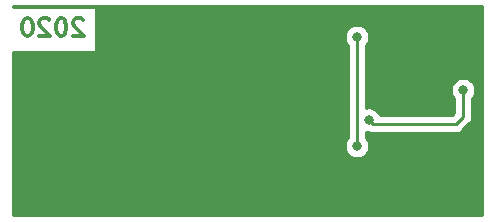
<source format=gbr>
G04 #@! TF.GenerationSoftware,KiCad,Pcbnew,(5.1.4-0-10_14)*
G04 #@! TF.CreationDate,2020-11-07T12:11:02-05:00*
G04 #@! TF.ProjectId,FabISP,46616249-5350-42e6-9b69-6361645f7063,rev?*
G04 #@! TF.SameCoordinates,Original*
G04 #@! TF.FileFunction,Copper,L2,Bot*
G04 #@! TF.FilePolarity,Positive*
%FSLAX46Y46*%
G04 Gerber Fmt 4.6, Leading zero omitted, Abs format (unit mm)*
G04 Created by KiCad (PCBNEW (5.1.4-0-10_14)) date 2020-11-07 12:11:02*
%MOMM*%
%LPD*%
G04 APERTURE LIST*
%ADD10C,0.300000*%
%ADD11C,0.800000*%
%ADD12C,0.250000*%
%ADD13C,0.254000*%
G04 APERTURE END LIST*
D10*
X132071428Y-89321428D02*
X132000000Y-89250000D01*
X131857142Y-89178571D01*
X131500000Y-89178571D01*
X131357142Y-89250000D01*
X131285714Y-89321428D01*
X131214285Y-89464285D01*
X131214285Y-89607142D01*
X131285714Y-89821428D01*
X132142857Y-90678571D01*
X131214285Y-90678571D01*
X130285714Y-89178571D02*
X130142857Y-89178571D01*
X130000000Y-89250000D01*
X129928571Y-89321428D01*
X129857142Y-89464285D01*
X129785714Y-89750000D01*
X129785714Y-90107142D01*
X129857142Y-90392857D01*
X129928571Y-90535714D01*
X130000000Y-90607142D01*
X130142857Y-90678571D01*
X130285714Y-90678571D01*
X130428571Y-90607142D01*
X130500000Y-90535714D01*
X130571428Y-90392857D01*
X130642857Y-90107142D01*
X130642857Y-89750000D01*
X130571428Y-89464285D01*
X130500000Y-89321428D01*
X130428571Y-89250000D01*
X130285714Y-89178571D01*
X129214285Y-89321428D02*
X129142857Y-89250000D01*
X129000000Y-89178571D01*
X128642857Y-89178571D01*
X128500000Y-89250000D01*
X128428571Y-89321428D01*
X128357142Y-89464285D01*
X128357142Y-89607142D01*
X128428571Y-89821428D01*
X129285714Y-90678571D01*
X128357142Y-90678571D01*
X127428571Y-89178571D02*
X127285714Y-89178571D01*
X127142857Y-89250000D01*
X127071428Y-89321428D01*
X127000000Y-89464285D01*
X126928571Y-89750000D01*
X126928571Y-90107142D01*
X127000000Y-90392857D01*
X127071428Y-90535714D01*
X127142857Y-90607142D01*
X127285714Y-90678571D01*
X127428571Y-90678571D01*
X127571428Y-90607142D01*
X127642857Y-90535714D01*
X127714285Y-90392857D01*
X127785714Y-90107142D01*
X127785714Y-89750000D01*
X127714285Y-89464285D01*
X127642857Y-89321428D01*
X127571428Y-89250000D01*
X127428571Y-89178571D01*
D11*
X156250000Y-97750000D03*
X164250000Y-95250000D03*
X155250000Y-90750000D03*
X155250000Y-100000000D03*
D12*
X164250000Y-97500000D02*
X164250000Y-95250000D01*
X163600001Y-98149999D02*
X164250000Y-97500000D01*
X156649999Y-98149999D02*
X163600001Y-98149999D01*
X156250000Y-97750000D02*
X156649999Y-98149999D01*
X155250000Y-90750000D02*
X155250000Y-100000000D01*
D13*
G36*
X165840001Y-105840000D02*
G01*
X126160000Y-105840000D01*
X126160000Y-92030000D01*
X133142143Y-92030000D01*
X133142143Y-90648061D01*
X154215000Y-90648061D01*
X154215000Y-90851939D01*
X154254774Y-91051898D01*
X154332795Y-91240256D01*
X154446063Y-91409774D01*
X154490000Y-91453711D01*
X154490001Y-99296288D01*
X154446063Y-99340226D01*
X154332795Y-99509744D01*
X154254774Y-99698102D01*
X154215000Y-99898061D01*
X154215000Y-100101939D01*
X154254774Y-100301898D01*
X154332795Y-100490256D01*
X154446063Y-100659774D01*
X154590226Y-100803937D01*
X154759744Y-100917205D01*
X154948102Y-100995226D01*
X155148061Y-101035000D01*
X155351939Y-101035000D01*
X155551898Y-100995226D01*
X155740256Y-100917205D01*
X155909774Y-100803937D01*
X156053937Y-100659774D01*
X156167205Y-100490256D01*
X156245226Y-100301898D01*
X156285000Y-100101939D01*
X156285000Y-99898061D01*
X156245226Y-99698102D01*
X156167205Y-99509744D01*
X156053937Y-99340226D01*
X156010000Y-99296289D01*
X156010000Y-98757538D01*
X156148061Y-98785000D01*
X156225774Y-98785000D01*
X156357752Y-98855545D01*
X156501013Y-98899002D01*
X156612666Y-98909999D01*
X156612676Y-98909999D01*
X156649998Y-98913675D01*
X156687321Y-98909999D01*
X163562679Y-98909999D01*
X163600001Y-98913675D01*
X163637323Y-98909999D01*
X163637334Y-98909999D01*
X163748987Y-98899002D01*
X163892248Y-98855545D01*
X164024277Y-98784973D01*
X164140002Y-98690000D01*
X164163804Y-98660997D01*
X164761009Y-98063794D01*
X164790001Y-98040001D01*
X164813795Y-98011008D01*
X164813799Y-98011004D01*
X164884973Y-97924277D01*
X164884974Y-97924276D01*
X164955546Y-97792247D01*
X164999003Y-97648986D01*
X165010000Y-97537333D01*
X165010000Y-97537324D01*
X165013676Y-97500001D01*
X165010000Y-97462678D01*
X165010000Y-95953711D01*
X165053937Y-95909774D01*
X165167205Y-95740256D01*
X165245226Y-95551898D01*
X165285000Y-95351939D01*
X165285000Y-95148061D01*
X165245226Y-94948102D01*
X165167205Y-94759744D01*
X165053937Y-94590226D01*
X164909774Y-94446063D01*
X164740256Y-94332795D01*
X164551898Y-94254774D01*
X164351939Y-94215000D01*
X164148061Y-94215000D01*
X163948102Y-94254774D01*
X163759744Y-94332795D01*
X163590226Y-94446063D01*
X163446063Y-94590226D01*
X163332795Y-94759744D01*
X163254774Y-94948102D01*
X163215000Y-95148061D01*
X163215000Y-95351939D01*
X163254774Y-95551898D01*
X163332795Y-95740256D01*
X163446063Y-95909774D01*
X163490001Y-95953712D01*
X163490000Y-97185198D01*
X163285199Y-97389999D01*
X157221159Y-97389999D01*
X157167205Y-97259744D01*
X157053937Y-97090226D01*
X156909774Y-96946063D01*
X156740256Y-96832795D01*
X156551898Y-96754774D01*
X156351939Y-96715000D01*
X156148061Y-96715000D01*
X156010000Y-96742462D01*
X156010000Y-91453711D01*
X156053937Y-91409774D01*
X156167205Y-91240256D01*
X156245226Y-91051898D01*
X156285000Y-90851939D01*
X156285000Y-90648061D01*
X156245226Y-90448102D01*
X156167205Y-90259744D01*
X156053937Y-90090226D01*
X155909774Y-89946063D01*
X155740256Y-89832795D01*
X155551898Y-89754774D01*
X155351939Y-89715000D01*
X155148061Y-89715000D01*
X154948102Y-89754774D01*
X154759744Y-89832795D01*
X154590226Y-89946063D01*
X154446063Y-90090226D01*
X154332795Y-90259744D01*
X154254774Y-90448102D01*
X154215000Y-90648061D01*
X133142143Y-90648061D01*
X133142143Y-88210000D01*
X126160000Y-88210000D01*
X126160000Y-88160000D01*
X165840000Y-88160000D01*
X165840001Y-105840000D01*
X165840001Y-105840000D01*
G37*
X165840001Y-105840000D02*
X126160000Y-105840000D01*
X126160000Y-92030000D01*
X133142143Y-92030000D01*
X133142143Y-90648061D01*
X154215000Y-90648061D01*
X154215000Y-90851939D01*
X154254774Y-91051898D01*
X154332795Y-91240256D01*
X154446063Y-91409774D01*
X154490000Y-91453711D01*
X154490001Y-99296288D01*
X154446063Y-99340226D01*
X154332795Y-99509744D01*
X154254774Y-99698102D01*
X154215000Y-99898061D01*
X154215000Y-100101939D01*
X154254774Y-100301898D01*
X154332795Y-100490256D01*
X154446063Y-100659774D01*
X154590226Y-100803937D01*
X154759744Y-100917205D01*
X154948102Y-100995226D01*
X155148061Y-101035000D01*
X155351939Y-101035000D01*
X155551898Y-100995226D01*
X155740256Y-100917205D01*
X155909774Y-100803937D01*
X156053937Y-100659774D01*
X156167205Y-100490256D01*
X156245226Y-100301898D01*
X156285000Y-100101939D01*
X156285000Y-99898061D01*
X156245226Y-99698102D01*
X156167205Y-99509744D01*
X156053937Y-99340226D01*
X156010000Y-99296289D01*
X156010000Y-98757538D01*
X156148061Y-98785000D01*
X156225774Y-98785000D01*
X156357752Y-98855545D01*
X156501013Y-98899002D01*
X156612666Y-98909999D01*
X156612676Y-98909999D01*
X156649998Y-98913675D01*
X156687321Y-98909999D01*
X163562679Y-98909999D01*
X163600001Y-98913675D01*
X163637323Y-98909999D01*
X163637334Y-98909999D01*
X163748987Y-98899002D01*
X163892248Y-98855545D01*
X164024277Y-98784973D01*
X164140002Y-98690000D01*
X164163804Y-98660997D01*
X164761009Y-98063794D01*
X164790001Y-98040001D01*
X164813795Y-98011008D01*
X164813799Y-98011004D01*
X164884973Y-97924277D01*
X164884974Y-97924276D01*
X164955546Y-97792247D01*
X164999003Y-97648986D01*
X165010000Y-97537333D01*
X165010000Y-97537324D01*
X165013676Y-97500001D01*
X165010000Y-97462678D01*
X165010000Y-95953711D01*
X165053937Y-95909774D01*
X165167205Y-95740256D01*
X165245226Y-95551898D01*
X165285000Y-95351939D01*
X165285000Y-95148061D01*
X165245226Y-94948102D01*
X165167205Y-94759744D01*
X165053937Y-94590226D01*
X164909774Y-94446063D01*
X164740256Y-94332795D01*
X164551898Y-94254774D01*
X164351939Y-94215000D01*
X164148061Y-94215000D01*
X163948102Y-94254774D01*
X163759744Y-94332795D01*
X163590226Y-94446063D01*
X163446063Y-94590226D01*
X163332795Y-94759744D01*
X163254774Y-94948102D01*
X163215000Y-95148061D01*
X163215000Y-95351939D01*
X163254774Y-95551898D01*
X163332795Y-95740256D01*
X163446063Y-95909774D01*
X163490001Y-95953712D01*
X163490000Y-97185198D01*
X163285199Y-97389999D01*
X157221159Y-97389999D01*
X157167205Y-97259744D01*
X157053937Y-97090226D01*
X156909774Y-96946063D01*
X156740256Y-96832795D01*
X156551898Y-96754774D01*
X156351939Y-96715000D01*
X156148061Y-96715000D01*
X156010000Y-96742462D01*
X156010000Y-91453711D01*
X156053937Y-91409774D01*
X156167205Y-91240256D01*
X156245226Y-91051898D01*
X156285000Y-90851939D01*
X156285000Y-90648061D01*
X156245226Y-90448102D01*
X156167205Y-90259744D01*
X156053937Y-90090226D01*
X155909774Y-89946063D01*
X155740256Y-89832795D01*
X155551898Y-89754774D01*
X155351939Y-89715000D01*
X155148061Y-89715000D01*
X154948102Y-89754774D01*
X154759744Y-89832795D01*
X154590226Y-89946063D01*
X154446063Y-90090226D01*
X154332795Y-90259744D01*
X154254774Y-90448102D01*
X154215000Y-90648061D01*
X133142143Y-90648061D01*
X133142143Y-88210000D01*
X126160000Y-88210000D01*
X126160000Y-88160000D01*
X165840000Y-88160000D01*
X165840001Y-105840000D01*
M02*

</source>
